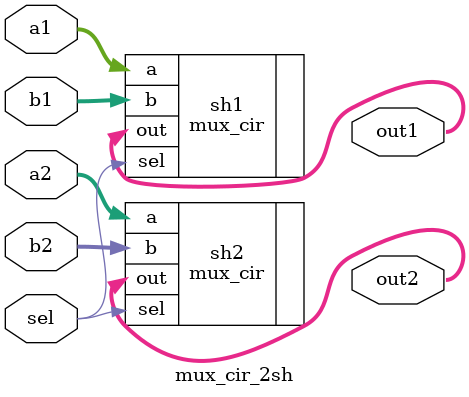
<source format=sv>
module mux_cir_2sh(
    sel,
    a1,
    a2,
    b1,
    b2,
    out1,
    out2
);

    parameter N = 64;

    input wire sel;
    input wire [N - 1 : 0] a1;
    input wire [N - 1 : 0] a2;
    input wire [N - 1 : 0] b1;
    input wire [N - 1 : 0] b2;

    output wire [N - 1 : 0] out1;
    output wire [N - 1 : 0] out2;

    mux_cir sh1(
        .sel (sel),
        .a   (a1),
        .b   (b1),
        .out (out1)
    );

    mux_cir sh2(
        .sel (sel),
        .a   (a2),
        .b   (b2),
        .out (out2)
    );


endmodule



</source>
